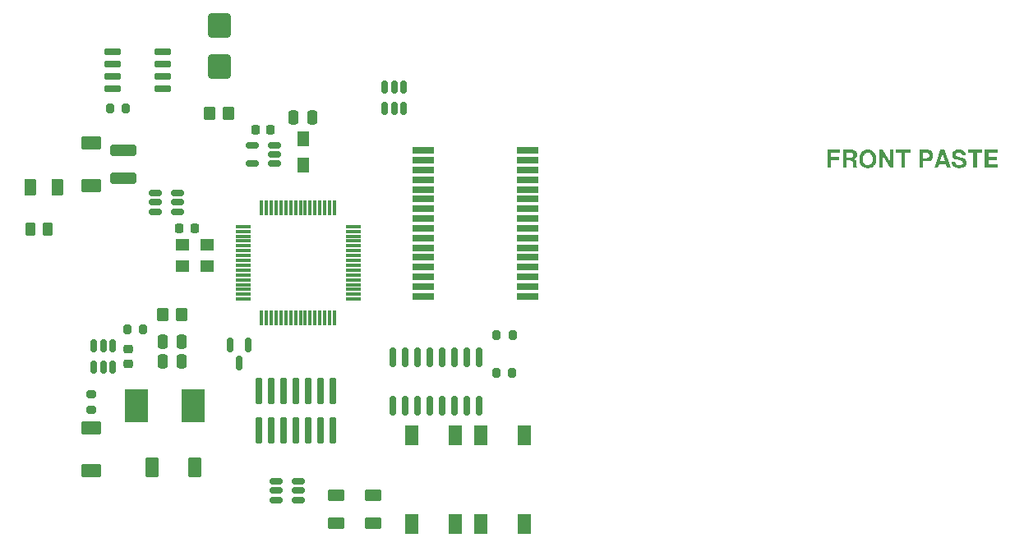
<source format=gbr>
%TF.GenerationSoftware,KiCad,Pcbnew,8.0.5-8.0.5-0~ubuntu22.04.1*%
%TF.CreationDate,2024-09-14T12:25:01-07:00*%
%TF.ProjectId,IMU-2X,494d552d-3258-42e6-9b69-6361645f7063,2*%
%TF.SameCoordinates,Original*%
%TF.FileFunction,Paste,Top*%
%TF.FilePolarity,Positive*%
%FSLAX46Y46*%
G04 Gerber Fmt 4.6, Leading zero omitted, Abs format (unit mm)*
G04 Created by KiCad (PCBNEW 8.0.5-8.0.5-0~ubuntu22.04.1) date 2024-09-14 12:25:01*
%MOMM*%
%LPD*%
G01*
G04 APERTURE LIST*
G04 Aperture macros list*
%AMRoundRect*
0 Rectangle with rounded corners*
0 $1 Rounding radius*
0 $2 $3 $4 $5 $6 $7 $8 $9 X,Y pos of 4 corners*
0 Add a 4 corners polygon primitive as box body*
4,1,4,$2,$3,$4,$5,$6,$7,$8,$9,$2,$3,0*
0 Add four circle primitives for the rounded corners*
1,1,$1+$1,$2,$3*
1,1,$1+$1,$4,$5*
1,1,$1+$1,$6,$7*
1,1,$1+$1,$8,$9*
0 Add four rect primitives between the rounded corners*
20,1,$1+$1,$2,$3,$4,$5,0*
20,1,$1+$1,$4,$5,$6,$7,0*
20,1,$1+$1,$6,$7,$8,$9,0*
20,1,$1+$1,$8,$9,$2,$3,0*%
G04 Aperture macros list end*
%ADD10C,0.300000*%
%ADD11RoundRect,0.150000X-0.150000X0.587500X-0.150000X-0.587500X0.150000X-0.587500X0.150000X0.587500X0*%
%ADD12RoundRect,0.250000X0.800000X-0.450000X0.800000X0.450000X-0.800000X0.450000X-0.800000X-0.450000X0*%
%ADD13RoundRect,0.150000X0.150000X-0.825000X0.150000X0.825000X-0.150000X0.825000X-0.150000X-0.825000X0*%
%ADD14RoundRect,0.250000X0.375000X0.625000X-0.375000X0.625000X-0.375000X-0.625000X0.375000X-0.625000X0*%
%ADD15RoundRect,0.150000X-0.512500X-0.150000X0.512500X-0.150000X0.512500X0.150000X-0.512500X0.150000X0*%
%ADD16RoundRect,0.200000X-0.200000X-0.275000X0.200000X-0.275000X0.200000X0.275000X-0.200000X0.275000X0*%
%ADD17RoundRect,0.150000X0.725000X0.150000X-0.725000X0.150000X-0.725000X-0.150000X0.725000X-0.150000X0*%
%ADD18RoundRect,0.225000X-0.250000X0.225000X-0.250000X-0.225000X0.250000X-0.225000X0.250000X0.225000X0*%
%ADD19RoundRect,0.150000X-0.150000X0.512500X-0.150000X-0.512500X0.150000X-0.512500X0.150000X0.512500X0*%
%ADD20RoundRect,0.250000X0.250000X0.475000X-0.250000X0.475000X-0.250000X-0.475000X0.250000X-0.475000X0*%
%ADD21RoundRect,0.150000X0.512500X0.150000X-0.512500X0.150000X-0.512500X-0.150000X0.512500X-0.150000X0*%
%ADD22RoundRect,0.250000X-0.350000X-0.450000X0.350000X-0.450000X0.350000X0.450000X-0.350000X0.450000X0*%
%ADD23R,1.400000X1.200000*%
%ADD24RoundRect,0.075000X-0.700000X-0.075000X0.700000X-0.075000X0.700000X0.075000X-0.700000X0.075000X0*%
%ADD25RoundRect,0.075000X-0.075000X-0.700000X0.075000X-0.700000X0.075000X0.700000X-0.075000X0.700000X0*%
%ADD26RoundRect,0.250000X0.900000X-1.000000X0.900000X1.000000X-0.900000X1.000000X-0.900000X-1.000000X0*%
%ADD27RoundRect,0.225000X-0.225000X-0.250000X0.225000X-0.250000X0.225000X0.250000X-0.225000X0.250000X0*%
%ADD28R,1.400000X2.100000*%
%ADD29RoundRect,0.250000X0.625000X-0.375000X0.625000X0.375000X-0.625000X0.375000X-0.625000X-0.375000X0*%
%ADD30RoundRect,0.250000X1.100000X-0.325000X1.100000X0.325000X-1.100000X0.325000X-1.100000X-0.325000X0*%
%ADD31RoundRect,0.162500X-0.162500X1.222500X-0.162500X-1.222500X0.162500X-1.222500X0.162500X1.222500X0*%
%ADD32R,2.413000X3.429000*%
%ADD33RoundRect,0.200000X-0.275000X0.200000X-0.275000X-0.200000X0.275000X-0.200000X0.275000X0.200000X0*%
%ADD34R,1.200000X1.500000*%
%ADD35RoundRect,0.250000X-0.262500X-0.450000X0.262500X-0.450000X0.262500X0.450000X-0.262500X0.450000X0*%
%ADD36R,2.200000X0.700000*%
%ADD37RoundRect,0.250000X-0.450000X-0.800000X0.450000X-0.800000X0.450000X0.800000X-0.450000X0.800000X0*%
G04 APERTURE END LIST*
D10*
G36*
X213935399Y-93527157D02*
G01*
X213935399Y-94312741D01*
X213560195Y-94312741D01*
X213560195Y-92489267D01*
X214840839Y-92489267D01*
X214840839Y-92801937D01*
X213935399Y-92801937D01*
X213935399Y-93214487D01*
X214733142Y-93214487D01*
X214733142Y-93527157D01*
X213935399Y-93527157D01*
G37*
G36*
X216202007Y-92494911D02*
G01*
X216291635Y-92513944D01*
X216351643Y-92537036D01*
X216430619Y-92584272D01*
X216494022Y-92647796D01*
X216504069Y-92662104D01*
X216548147Y-92739837D01*
X216577894Y-92818439D01*
X216595514Y-92903792D01*
X216600476Y-92982156D01*
X216592959Y-93080162D01*
X216570408Y-93167906D01*
X216523503Y-93259651D01*
X216454948Y-93336617D01*
X216381282Y-93389467D01*
X216292583Y-93432054D01*
X216374414Y-93467392D01*
X216392898Y-93476348D01*
X216458906Y-93530197D01*
X216504069Y-93597508D01*
X216523123Y-93683626D01*
X216526651Y-93707377D01*
X216536468Y-93796582D01*
X216540113Y-93865015D01*
X216542556Y-93954302D01*
X216544510Y-94049365D01*
X216545324Y-94095174D01*
X216562977Y-94180435D01*
X216625663Y-94244995D01*
X216625663Y-94312741D01*
X216222666Y-94312741D01*
X216187168Y-94229489D01*
X216176634Y-94187673D01*
X216167505Y-94098818D01*
X216165355Y-94007984D01*
X216165344Y-94000071D01*
X216166370Y-93912164D01*
X216167515Y-93882385D01*
X216170120Y-93807257D01*
X216159564Y-93719078D01*
X216114969Y-93641369D01*
X216037712Y-93601046D01*
X215945377Y-93589742D01*
X215937789Y-93589691D01*
X215507434Y-93589691D01*
X215507434Y-94312741D01*
X215132230Y-94312741D01*
X215132230Y-93277021D01*
X215507434Y-93277021D01*
X215959937Y-93277021D01*
X216050196Y-93270365D01*
X216136569Y-93243323D01*
X216158830Y-93229687D01*
X216208661Y-93157056D01*
X216224234Y-93069952D01*
X216225272Y-93034702D01*
X216216112Y-92942754D01*
X216175399Y-92861383D01*
X216160132Y-92848403D01*
X216077514Y-92813553D01*
X215984645Y-92802345D01*
X215959937Y-92801937D01*
X215507434Y-92801937D01*
X215507434Y-93277021D01*
X215132230Y-93277021D01*
X215132230Y-92489267D01*
X216110192Y-92489267D01*
X216202007Y-92494911D01*
G37*
G36*
X217799919Y-92463469D02*
G01*
X217891569Y-92475968D01*
X217978456Y-92496799D01*
X218060579Y-92525962D01*
X218156535Y-92574134D01*
X218245048Y-92635325D01*
X218310500Y-92693652D01*
X218341439Y-92725941D01*
X218398335Y-92795131D01*
X218447644Y-92869601D01*
X218489367Y-92949349D01*
X218523504Y-93034376D01*
X218550056Y-93124683D01*
X218569021Y-93220269D01*
X218580400Y-93321133D01*
X218584193Y-93427277D01*
X218580461Y-93526438D01*
X218569265Y-93621338D01*
X218550605Y-93711977D01*
X218524482Y-93798355D01*
X218490894Y-93880472D01*
X218449842Y-93958327D01*
X218401327Y-94031921D01*
X218345348Y-94101254D01*
X218283112Y-94164256D01*
X218198219Y-94231196D01*
X218105437Y-94285010D01*
X218004768Y-94325699D01*
X217918553Y-94348800D01*
X217827290Y-94363501D01*
X217730978Y-94369801D01*
X217706111Y-94370063D01*
X217609128Y-94365884D01*
X217517071Y-94353344D01*
X217429940Y-94332445D01*
X217347735Y-94303187D01*
X217251907Y-94254858D01*
X217163775Y-94193467D01*
X217098812Y-94134950D01*
X217068178Y-94102557D01*
X217011893Y-94033292D01*
X216963113Y-93959250D01*
X216921838Y-93880431D01*
X216888067Y-93796835D01*
X216861801Y-93708462D01*
X216843039Y-93615313D01*
X216831782Y-93517386D01*
X216828046Y-93415117D01*
X217203234Y-93415117D01*
X217206595Y-93502178D01*
X217219501Y-93599317D01*
X217242086Y-93688457D01*
X217274350Y-93769596D01*
X217324226Y-93854148D01*
X217340896Y-93876305D01*
X217405424Y-93943989D01*
X217478556Y-93995049D01*
X217560290Y-94029485D01*
X217650627Y-94047297D01*
X217706111Y-94050011D01*
X217800560Y-94041761D01*
X217886697Y-94017012D01*
X217964522Y-93975763D01*
X218034035Y-93918015D01*
X218070024Y-93877608D01*
X218124172Y-93796859D01*
X218165020Y-93705845D01*
X218189447Y-93619662D01*
X218204103Y-93525938D01*
X218208989Y-93424671D01*
X218205660Y-93335452D01*
X218192876Y-93236114D01*
X218170505Y-93145204D01*
X218138546Y-93062721D01*
X218089142Y-92977142D01*
X218072630Y-92954798D01*
X218008485Y-92886437D01*
X217935362Y-92834866D01*
X217853262Y-92800086D01*
X217762186Y-92782096D01*
X217706111Y-92779355D01*
X217610858Y-92787688D01*
X217524207Y-92812687D01*
X217446160Y-92854351D01*
X217376716Y-92912681D01*
X217340896Y-92953495D01*
X217287256Y-93034956D01*
X217246791Y-93127348D01*
X217222593Y-93215241D01*
X217208074Y-93311164D01*
X217203234Y-93415117D01*
X216828046Y-93415117D01*
X216828030Y-93414683D01*
X216831803Y-93311980D01*
X216843121Y-93214053D01*
X216861984Y-93120904D01*
X216888393Y-93032531D01*
X216922347Y-92948935D01*
X216963846Y-92870116D01*
X217012891Y-92796074D01*
X217069481Y-92726809D01*
X217132205Y-92664112D01*
X217217251Y-92597497D01*
X217309676Y-92543943D01*
X217409480Y-92503452D01*
X217494637Y-92480463D01*
X217584516Y-92465834D01*
X217679118Y-92459564D01*
X217703506Y-92459303D01*
X217799919Y-92463469D01*
G37*
G36*
X219981654Y-94312741D02*
G01*
X219249051Y-93052073D01*
X219249051Y-94312741D01*
X218873847Y-94312741D01*
X218873847Y-92489267D01*
X219259039Y-92489267D01*
X219981654Y-93729959D01*
X219981654Y-92489267D01*
X220356858Y-92489267D01*
X220356858Y-94312741D01*
X219981654Y-94312741D01*
G37*
G36*
X221551083Y-92801937D02*
G01*
X221551083Y-94312741D01*
X221175879Y-94312741D01*
X221175879Y-92801937D01*
X220623061Y-92801937D01*
X220623061Y-92489267D01*
X222083925Y-92489267D01*
X222083925Y-92801937D01*
X221551083Y-92801937D01*
G37*
G36*
X223948728Y-92494366D02*
G01*
X224041450Y-92509664D01*
X224124768Y-92535160D01*
X224210085Y-92577795D01*
X224282602Y-92634311D01*
X224341657Y-92704002D01*
X224386206Y-92786161D01*
X224416251Y-92880788D01*
X224430460Y-92971820D01*
X224434160Y-93054678D01*
X224428878Y-93154785D01*
X224413031Y-93246983D01*
X224386619Y-93331272D01*
X224342452Y-93419615D01*
X224283905Y-93497193D01*
X224213558Y-93561493D01*
X224133611Y-93610000D01*
X224044063Y-93642714D01*
X223944915Y-93659635D01*
X223883948Y-93662213D01*
X223416246Y-93662213D01*
X223416246Y-94312741D01*
X223041042Y-94312741D01*
X223041042Y-93349543D01*
X223416246Y-93349543D01*
X223766263Y-93349543D01*
X223865733Y-93339971D01*
X223955770Y-93304606D01*
X224017796Y-93243183D01*
X224051810Y-93155701D01*
X224058956Y-93077260D01*
X224050541Y-92989447D01*
X224018895Y-92907897D01*
X223987737Y-92869682D01*
X223910292Y-92823372D01*
X223819830Y-92804318D01*
X223766263Y-92801937D01*
X223416246Y-92801937D01*
X223416246Y-93349543D01*
X223041042Y-93349543D01*
X223041042Y-92489267D01*
X223846601Y-92489267D01*
X223948728Y-92494366D01*
G37*
G36*
X226244172Y-94312741D02*
G01*
X225858980Y-94312741D01*
X225739123Y-93944919D01*
X225056026Y-93944919D01*
X224933564Y-94312741D01*
X224550977Y-94312741D01*
X224792609Y-93632249D01*
X225161118Y-93632249D01*
X225636202Y-93632249D01*
X225398660Y-92919622D01*
X225161118Y-93632249D01*
X224792609Y-93632249D01*
X225198464Y-92489267D01*
X225614055Y-92489267D01*
X226244172Y-94312741D01*
G37*
G36*
X227797533Y-93044690D02*
G01*
X227447517Y-93044690D01*
X227427980Y-92947729D01*
X227384352Y-92870829D01*
X227316632Y-92813989D01*
X227224821Y-92777211D01*
X227129908Y-92761887D01*
X227064930Y-92759379D01*
X226972294Y-92766614D01*
X226887388Y-92791011D01*
X226834770Y-92820610D01*
X226773677Y-92887079D01*
X226749987Y-92971678D01*
X226749655Y-92984328D01*
X226767785Y-93071723D01*
X226822177Y-93133280D01*
X226902172Y-93171436D01*
X226992384Y-93198934D01*
X227082507Y-93219772D01*
X227094894Y-93222304D01*
X227379771Y-93277021D01*
X227469710Y-93298324D01*
X227562404Y-93329275D01*
X227641924Y-93366792D01*
X227716672Y-93417709D01*
X227747593Y-93446384D01*
X227803222Y-93520697D01*
X227840646Y-93610261D01*
X227858627Y-93702678D01*
X227862673Y-93779899D01*
X227855726Y-93879700D01*
X227834887Y-93970982D01*
X227800154Y-94053745D01*
X227751528Y-94127988D01*
X227689010Y-94193713D01*
X227665083Y-94213728D01*
X227585536Y-94266858D01*
X227495089Y-94308995D01*
X227411389Y-94335712D01*
X227320120Y-94354796D01*
X227221280Y-94366247D01*
X227114871Y-94370063D01*
X227009297Y-94366278D01*
X226911335Y-94354923D01*
X226820985Y-94335999D01*
X226738248Y-94309504D01*
X226649012Y-94267718D01*
X226570738Y-94215031D01*
X226504291Y-94152054D01*
X226450209Y-94079398D01*
X226408495Y-93997063D01*
X226379146Y-93905048D01*
X226362164Y-93803354D01*
X226359252Y-93767305D01*
X226724467Y-93767305D01*
X226739997Y-93852758D01*
X226778535Y-93930985D01*
X226839547Y-93992688D01*
X226921856Y-94036697D01*
X227014137Y-94060853D01*
X227111403Y-94069685D01*
X227134847Y-94069987D01*
X227224934Y-94064869D01*
X227311736Y-94047176D01*
X227397425Y-94009263D01*
X227403656Y-94005282D01*
X227467762Y-93944114D01*
X227500251Y-93859805D01*
X227502668Y-93825062D01*
X227487789Y-93738189D01*
X227434348Y-93662519D01*
X227424935Y-93654831D01*
X227343925Y-93610224D01*
X227256835Y-93581471D01*
X227171651Y-93561950D01*
X227160034Y-93559727D01*
X226904687Y-93509787D01*
X226806245Y-93487975D01*
X226719039Y-93461950D01*
X226631501Y-93426261D01*
X226550185Y-93378452D01*
X226509507Y-93344767D01*
X226452618Y-93273565D01*
X226414347Y-93186493D01*
X226395959Y-93095772D01*
X226391821Y-93019503D01*
X226398188Y-92923448D01*
X226417287Y-92835911D01*
X226455662Y-92744552D01*
X226511368Y-92664789D01*
X226572909Y-92605650D01*
X226646125Y-92555914D01*
X226729631Y-92516469D01*
X226823427Y-92487314D01*
X226909451Y-92470879D01*
X227002620Y-92461589D01*
X227082301Y-92459303D01*
X227170029Y-92462070D01*
X227260451Y-92471122D01*
X227265994Y-92471896D01*
X227351840Y-92489212D01*
X227436267Y-92516048D01*
X227454899Y-92523139D01*
X227537355Y-92561280D01*
X227613894Y-92611738D01*
X227627736Y-92623020D01*
X227690477Y-92690920D01*
X227736363Y-92766748D01*
X227748896Y-92793252D01*
X227778534Y-92879500D01*
X227793686Y-92967038D01*
X227797533Y-93044690D01*
G37*
G36*
X228956149Y-92801937D02*
G01*
X228956149Y-94312741D01*
X228580945Y-94312741D01*
X228580945Y-92801937D01*
X228028127Y-92801937D01*
X228028127Y-92489267D01*
X229488991Y-92489267D01*
X229488991Y-92801937D01*
X228956149Y-92801937D01*
G37*
G36*
X230129964Y-93527157D02*
G01*
X230129964Y-94000071D01*
X231117914Y-94000071D01*
X231117914Y-94312741D01*
X229754760Y-94312741D01*
X229754760Y-92489267D01*
X231072751Y-92489267D01*
X231072751Y-92801937D01*
X230129964Y-92801937D01*
X230129964Y-93214487D01*
X231002834Y-93214487D01*
X231002834Y-93527157D01*
X230129964Y-93527157D01*
G37*
D11*
%TO.C,U8*%
X153900000Y-112602500D03*
X152000000Y-112602500D03*
X152950000Y-114477500D03*
%TD*%
D12*
%TO.C,D4*%
X137693400Y-125567800D03*
X137693400Y-121167800D03*
%TD*%
%TO.C,D2*%
X137668000Y-96180000D03*
X137668000Y-91780000D03*
%TD*%
D13*
%TO.C,U10*%
X168795000Y-118855000D03*
X170065000Y-118855000D03*
X171335000Y-118855000D03*
X172605000Y-118855000D03*
X173875000Y-118855000D03*
X175145000Y-118855000D03*
X176415000Y-118855000D03*
X177685000Y-118855000D03*
X177685000Y-113905000D03*
X176415000Y-113905000D03*
X175145000Y-113905000D03*
X173875000Y-113905000D03*
X172605000Y-113905000D03*
X171335000Y-113905000D03*
X170065000Y-113905000D03*
X168795000Y-113905000D03*
%TD*%
D14*
%TO.C,D3*%
X134242000Y-96393000D03*
X131442000Y-96393000D03*
%TD*%
D15*
%TO.C,U11*%
X156723500Y-126685000D03*
X156723500Y-127635000D03*
X156723500Y-128585000D03*
X158998500Y-128585000D03*
X158998500Y-127635000D03*
X158998500Y-126685000D03*
%TD*%
D16*
%TO.C,R6*%
X179445000Y-111570000D03*
X181095000Y-111570000D03*
%TD*%
D17*
%TO.C,U1*%
X145069000Y-86233000D03*
X145069000Y-84963000D03*
X145069000Y-83693000D03*
X145069000Y-82423000D03*
X139919000Y-82423000D03*
X139919000Y-83693000D03*
X139919000Y-84963000D03*
X139919000Y-86233000D03*
%TD*%
D18*
%TO.C,C7*%
X141478000Y-113017000D03*
X141478000Y-114567000D03*
%TD*%
D16*
%TO.C,R7*%
X179435000Y-115470000D03*
X181085000Y-115470000D03*
%TD*%
D19*
%TO.C,U2*%
X169860000Y-85984500D03*
X168910000Y-85984500D03*
X167960000Y-85984500D03*
X167960000Y-88259500D03*
X168910000Y-88259500D03*
X169860000Y-88259500D03*
%TD*%
D20*
%TO.C,C6*%
X147000000Y-112268000D03*
X145100000Y-112268000D03*
%TD*%
%TO.C,C1*%
X160462000Y-89154000D03*
X158562000Y-89154000D03*
%TD*%
D21*
%TO.C,U4*%
X146552500Y-98867000D03*
X146552500Y-97917000D03*
X146552500Y-96967000D03*
X144277500Y-96967000D03*
X144277500Y-97917000D03*
X144277500Y-98867000D03*
%TD*%
D22*
%TO.C,R2*%
X149876000Y-88773000D03*
X151876000Y-88773000D03*
%TD*%
D23*
%TO.C,U6*%
X147066000Y-104478000D03*
X149606000Y-104478000D03*
X149606000Y-102278000D03*
X147066000Y-102278000D03*
%TD*%
D24*
%TO.C,U7*%
X153329000Y-100390000D03*
X153329000Y-100890000D03*
X153329000Y-101390000D03*
X153329000Y-101890000D03*
X153329000Y-102390000D03*
X153329000Y-102890000D03*
X153329000Y-103390000D03*
X153329000Y-103890000D03*
X153329000Y-104390000D03*
X153329000Y-104890000D03*
X153329000Y-105390000D03*
X153329000Y-105890000D03*
X153329000Y-106390000D03*
X153329000Y-106890000D03*
X153329000Y-107390000D03*
X153329000Y-107890000D03*
D25*
X155254000Y-109815000D03*
X155754000Y-109815000D03*
X156254000Y-109815000D03*
X156754000Y-109815000D03*
X157254000Y-109815000D03*
X157754000Y-109815000D03*
X158254000Y-109815000D03*
X158754000Y-109815000D03*
X159254000Y-109815000D03*
X159754000Y-109815000D03*
X160254000Y-109815000D03*
X160754000Y-109815000D03*
X161254000Y-109815000D03*
X161754000Y-109815000D03*
X162254000Y-109815000D03*
X162754000Y-109815000D03*
D24*
X164679000Y-107890000D03*
X164679000Y-107390000D03*
X164679000Y-106890000D03*
X164679000Y-106390000D03*
X164679000Y-105890000D03*
X164679000Y-105390000D03*
X164679000Y-104890000D03*
X164679000Y-104390000D03*
X164679000Y-103890000D03*
X164679000Y-103390000D03*
X164679000Y-102890000D03*
X164679000Y-102390000D03*
X164679000Y-101890000D03*
X164679000Y-101390000D03*
X164679000Y-100890000D03*
X164679000Y-100390000D03*
D25*
X162754000Y-98465000D03*
X162254000Y-98465000D03*
X161754000Y-98465000D03*
X161254000Y-98465000D03*
X160754000Y-98465000D03*
X160254000Y-98465000D03*
X159754000Y-98465000D03*
X159254000Y-98465000D03*
X158754000Y-98465000D03*
X158254000Y-98465000D03*
X157754000Y-98465000D03*
X157254000Y-98465000D03*
X156754000Y-98465000D03*
X156254000Y-98465000D03*
X155754000Y-98465000D03*
X155254000Y-98465000D03*
%TD*%
D20*
%TO.C,C8*%
X147000000Y-114300000D03*
X145100000Y-114300000D03*
%TD*%
D26*
%TO.C,D1*%
X150876000Y-83938000D03*
X150876000Y-79638000D03*
%TD*%
D27*
%TO.C,C4*%
X146799000Y-100584000D03*
X148349000Y-100584000D03*
%TD*%
D28*
%TO.C,SW1*%
X170724000Y-131042000D03*
X170724000Y-121942000D03*
X175224000Y-131042000D03*
X175224000Y-121942000D03*
%TD*%
D27*
%TO.C,C2*%
X154647600Y-90449400D03*
X156197600Y-90449400D03*
%TD*%
D29*
%TO.C,D6*%
X162915600Y-130940000D03*
X162915600Y-128140000D03*
%TD*%
D30*
%TO.C,C3*%
X140970000Y-95455000D03*
X140970000Y-92505000D03*
%TD*%
D19*
%TO.C,U9*%
X139888000Y-112654500D03*
X138938000Y-112654500D03*
X137988000Y-112654500D03*
X137988000Y-114929500D03*
X138938000Y-114929500D03*
X139888000Y-114929500D03*
%TD*%
D31*
%TO.C,J6*%
X162560000Y-117365000D03*
X162560000Y-121395000D03*
X161290000Y-117365000D03*
X161290000Y-121395000D03*
X160020000Y-117365000D03*
X160020000Y-121395000D03*
X158750000Y-117365000D03*
X158750000Y-121395000D03*
X157480000Y-117365000D03*
X157480000Y-121395000D03*
X156210000Y-117365000D03*
X156210000Y-121395000D03*
X154940000Y-117365000D03*
X154940000Y-121395000D03*
%TD*%
D29*
%TO.C,D7*%
X166725600Y-130940000D03*
X166725600Y-128140000D03*
%TD*%
D32*
%TO.C,L2*%
X142367000Y-118872000D03*
X148209000Y-118872000D03*
%TD*%
D21*
%TO.C,U3*%
X156585500Y-93914000D03*
X156585500Y-92964000D03*
X156585500Y-92014000D03*
X154310500Y-92014000D03*
X154310500Y-93914000D03*
%TD*%
D33*
%TO.C,R8*%
X137668000Y-117666000D03*
X137668000Y-119316000D03*
%TD*%
D16*
%TO.C,R1*%
X139637000Y-88265000D03*
X141287000Y-88265000D03*
%TD*%
D34*
%TO.C,L1*%
X159512000Y-91360000D03*
X159512000Y-94060000D03*
%TD*%
D35*
%TO.C,R3*%
X131421500Y-100711000D03*
X133246500Y-100711000D03*
%TD*%
D22*
%TO.C,R4*%
X145050000Y-109474000D03*
X147050000Y-109474000D03*
%TD*%
D28*
%TO.C,SW2*%
X177836000Y-131042000D03*
X177836000Y-121942000D03*
X182336000Y-131042000D03*
X182336000Y-121942000D03*
%TD*%
D36*
%TO.C,U5*%
X171892000Y-92576000D03*
X171892000Y-93576000D03*
X171892000Y-94576000D03*
X171892000Y-95576000D03*
X171892000Y-96576000D03*
X171892000Y-97576000D03*
X171892000Y-98576000D03*
X171892000Y-99576000D03*
X171892000Y-100576000D03*
X171892000Y-101576000D03*
X171892000Y-102576000D03*
X171892000Y-103576000D03*
X171892000Y-104576000D03*
X171892000Y-105576000D03*
X171892000Y-106576000D03*
X171892000Y-107576000D03*
X182692000Y-107576000D03*
X182692000Y-106576000D03*
X182692000Y-105576000D03*
X182692000Y-104576000D03*
X182692000Y-103576000D03*
X182692000Y-102576000D03*
X182692000Y-101576000D03*
X182692000Y-100576000D03*
X182692000Y-99576000D03*
X182692000Y-98576000D03*
X182692000Y-97576000D03*
X182692000Y-96576000D03*
X182692000Y-95576000D03*
X182692000Y-94576000D03*
X182692000Y-93576000D03*
X182692000Y-92576000D03*
%TD*%
D37*
%TO.C,D5*%
X143977000Y-125222000D03*
X148377000Y-125222000D03*
%TD*%
D16*
%TO.C,R5*%
X141415000Y-110998000D03*
X143065000Y-110998000D03*
%TD*%
M02*

</source>
